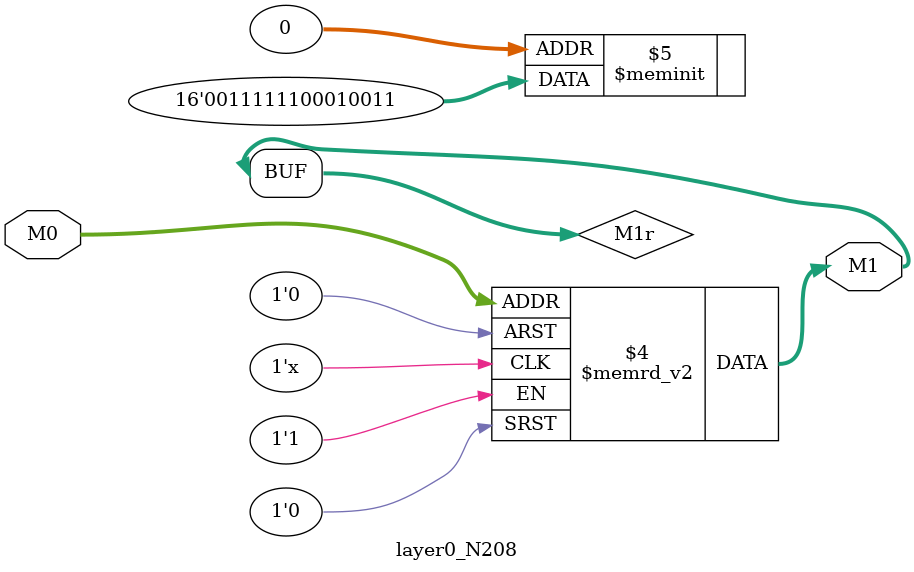
<source format=v>
module layer0_N208 ( input [2:0] M0, output [1:0] M1 );

	(*rom_style = "distributed" *) reg [1:0] M1r;
	assign M1 = M1r;
	always @ (M0) begin
		case (M0)
			3'b000: M1r = 2'b11;
			3'b100: M1r = 2'b11;
			3'b010: M1r = 2'b01;
			3'b110: M1r = 2'b11;
			3'b001: M1r = 2'b00;
			3'b101: M1r = 2'b11;
			3'b011: M1r = 2'b00;
			3'b111: M1r = 2'b00;

		endcase
	end
endmodule

</source>
